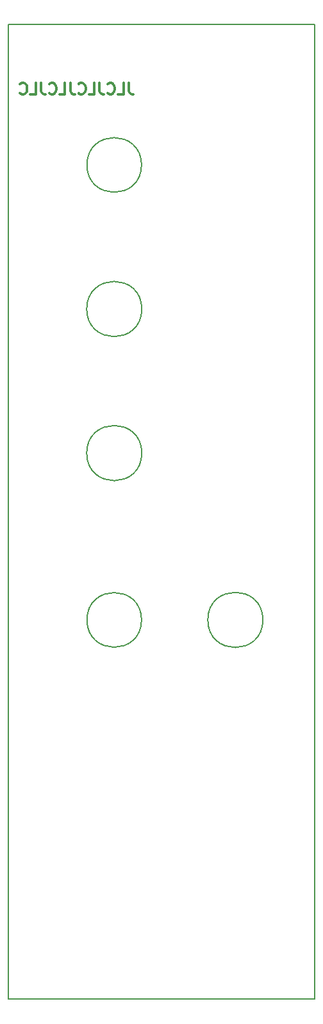
<source format=gbr>
%TF.GenerationSoftware,KiCad,Pcbnew,(5.0.1)-3*%
%TF.CreationDate,2019-04-27T14:44:02+01:00*%
%TF.ProjectId,Fractional clock divider panel,4672616374696F6E616C20636C6F636B,rev?*%
%TF.SameCoordinates,Original*%
%TF.FileFunction,Legend,Bot*%
%TF.FilePolarity,Positive*%
%FSLAX46Y46*%
G04 Gerber Fmt 4.6, Leading zero omitted, Abs format (unit mm)*
G04 Created by KiCad (PCBNEW (5.0.1)-3) date 27/04/2019 14:44:02*
%MOMM*%
%LPD*%
G01*
G04 APERTURE LIST*
%ADD10C,0.300000*%
%ADD11C,0.150000*%
G04 APERTURE END LIST*
D10*
X33928571Y-23678571D02*
X33928571Y-24750000D01*
X34000000Y-24964285D01*
X34142857Y-25107142D01*
X34357142Y-25178571D01*
X34500000Y-25178571D01*
X32500000Y-25178571D02*
X33214285Y-25178571D01*
X33214285Y-23678571D01*
X31142857Y-25035714D02*
X31214285Y-25107142D01*
X31428571Y-25178571D01*
X31571428Y-25178571D01*
X31785714Y-25107142D01*
X31928571Y-24964285D01*
X32000000Y-24821428D01*
X32071428Y-24535714D01*
X32071428Y-24321428D01*
X32000000Y-24035714D01*
X31928571Y-23892857D01*
X31785714Y-23750000D01*
X31571428Y-23678571D01*
X31428571Y-23678571D01*
X31214285Y-23750000D01*
X31142857Y-23821428D01*
X30071428Y-23678571D02*
X30071428Y-24750000D01*
X30142857Y-24964285D01*
X30285714Y-25107142D01*
X30500000Y-25178571D01*
X30642857Y-25178571D01*
X28642857Y-25178571D02*
X29357142Y-25178571D01*
X29357142Y-23678571D01*
X27285714Y-25035714D02*
X27357142Y-25107142D01*
X27571428Y-25178571D01*
X27714285Y-25178571D01*
X27928571Y-25107142D01*
X28071428Y-24964285D01*
X28142857Y-24821428D01*
X28214285Y-24535714D01*
X28214285Y-24321428D01*
X28142857Y-24035714D01*
X28071428Y-23892857D01*
X27928571Y-23750000D01*
X27714285Y-23678571D01*
X27571428Y-23678571D01*
X27357142Y-23750000D01*
X27285714Y-23821428D01*
X26214285Y-23678571D02*
X26214285Y-24750000D01*
X26285714Y-24964285D01*
X26428571Y-25107142D01*
X26642857Y-25178571D01*
X26785714Y-25178571D01*
X24785714Y-25178571D02*
X25500000Y-25178571D01*
X25500000Y-23678571D01*
X23428571Y-25035714D02*
X23500000Y-25107142D01*
X23714285Y-25178571D01*
X23857142Y-25178571D01*
X24071428Y-25107142D01*
X24214285Y-24964285D01*
X24285714Y-24821428D01*
X24357142Y-24535714D01*
X24357142Y-24321428D01*
X24285714Y-24035714D01*
X24214285Y-23892857D01*
X24071428Y-23750000D01*
X23857142Y-23678571D01*
X23714285Y-23678571D01*
X23500000Y-23750000D01*
X23428571Y-23821428D01*
X22357142Y-23678571D02*
X22357142Y-24750000D01*
X22428571Y-24964285D01*
X22571428Y-25107142D01*
X22785714Y-25178571D01*
X22928571Y-25178571D01*
X20928571Y-25178571D02*
X21642857Y-25178571D01*
X21642857Y-23678571D01*
X19571428Y-25035714D02*
X19642857Y-25107142D01*
X19857142Y-25178571D01*
X20000000Y-25178571D01*
X20214285Y-25107142D01*
X20357142Y-24964285D01*
X20428571Y-24821428D01*
X20500000Y-24535714D01*
X20500000Y-24321428D01*
X20428571Y-24035714D01*
X20357142Y-23892857D01*
X20214285Y-23750000D01*
X20000000Y-23678571D01*
X19857142Y-23678571D01*
X19642857Y-23750000D01*
X19571428Y-23821428D01*
D11*
X51640055Y-94500000D02*
G75*
G03X51640055Y-94500000I-3640055J0D01*
G01*
X35605551Y-94500000D02*
G75*
G03X35605551Y-94500000I-3605551J0D01*
G01*
X35640055Y-72500000D02*
G75*
G03X35640055Y-72500000I-3640055J0D01*
G01*
X35640055Y-53500000D02*
G75*
G03X35640055Y-53500000I-3640055J0D01*
G01*
X35605551Y-34500000D02*
G75*
G03X35605551Y-34500000I-3605551J0D01*
G01*
X18000000Y-144500000D02*
X18000000Y-16000000D01*
X58500000Y-144500000D02*
X18000000Y-144500000D01*
X18000000Y-16000000D02*
X58500000Y-16000000D01*
X58500000Y-16000000D02*
X58500000Y-144500000D01*
M02*

</source>
